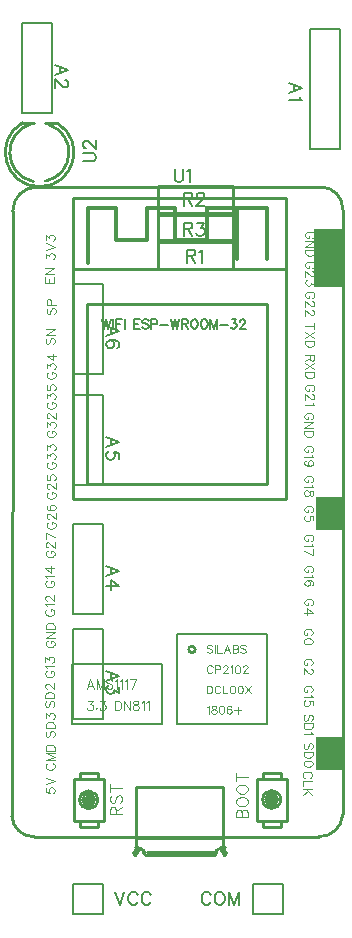
<source format=gto>
G04 Layer: TopSilkscreenLayer*
G04 EasyEDA v6.5.1, 2022-07-30 07:33:27*
G04 979763ed04074d789ee4af78e92af6cb,10*
G04 Gerber Generator version 0.2*
G04 Scale: 100 percent, Rotated: No, Reflected: No *
G04 Dimensions in millimeters *
G04 leading zeros omitted , absolute positions ,4 integer and 5 decimal *
%FSLAX45Y45*%
%MOMM*%

%ADD10C,0.2540*%
%ADD18C,0.2032*%
%ADD19C,0.2030*%
%ADD20C,0.2997*%
%ADD21C,0.1540*%
%ADD22C,0.1524*%
%ADD23C,0.1030*%
%ADD24C,0.1000*%

%LPD*%
D22*
X76200Y1182115D02*
G01*
X76200Y1073150D01*
X76200Y1182115D02*
G01*
X122936Y1182115D01*
X138429Y1177036D01*
X143763Y1171702D01*
X148844Y1161287D01*
X148844Y1150873D01*
X143763Y1140460D01*
X138429Y1135379D01*
X122936Y1130300D01*
X76200Y1130300D01*
X112521Y1130300D02*
G01*
X148844Y1073150D01*
X183134Y1161287D02*
G01*
X193547Y1166621D01*
X209295Y1182115D01*
X209295Y1073150D01*
X50800Y1664715D02*
G01*
X50800Y1555750D01*
X50800Y1664715D02*
G01*
X97536Y1664715D01*
X113029Y1659636D01*
X118363Y1654302D01*
X123444Y1643887D01*
X123444Y1633473D01*
X118363Y1623060D01*
X113029Y1617979D01*
X97536Y1612900D01*
X50800Y1612900D01*
X87121Y1612900D02*
G01*
X123444Y1555750D01*
X163068Y1638807D02*
G01*
X163068Y1643887D01*
X168147Y1654302D01*
X173481Y1659636D01*
X183895Y1664715D01*
X204470Y1664715D01*
X214884Y1659636D01*
X220218Y1654302D01*
X225297Y1643887D01*
X225297Y1633473D01*
X220218Y1623060D01*
X209804Y1607565D01*
X157734Y1555750D01*
X230631Y1555750D01*
X50800Y1410715D02*
G01*
X50800Y1301750D01*
X50800Y1410715D02*
G01*
X97536Y1410715D01*
X113029Y1405636D01*
X118363Y1400302D01*
X123444Y1389887D01*
X123444Y1379473D01*
X118363Y1369060D01*
X113029Y1363979D01*
X97536Y1358900D01*
X50800Y1358900D01*
X87121Y1358900D02*
G01*
X123444Y1301750D01*
X168147Y1410715D02*
G01*
X225297Y1410715D01*
X194310Y1369060D01*
X209804Y1369060D01*
X220218Y1363979D01*
X225297Y1358900D01*
X230631Y1343152D01*
X230631Y1332737D01*
X225297Y1317244D01*
X214884Y1306829D01*
X199389Y1301750D01*
X183895Y1301750D01*
X168147Y1306829D01*
X163068Y1311910D01*
X157734Y1322323D01*
X-801115Y1930400D02*
G01*
X-723137Y1930400D01*
X-707644Y1935479D01*
X-697229Y1945894D01*
X-692150Y1961642D01*
X-692150Y1972055D01*
X-697229Y1987550D01*
X-707644Y1997963D01*
X-723137Y2003044D01*
X-801115Y2003044D01*
X-775207Y2042668D02*
G01*
X-780287Y2042668D01*
X-790702Y2047747D01*
X-796036Y2053081D01*
X-801115Y2063495D01*
X-801115Y2084070D01*
X-796036Y2094484D01*
X-790702Y2099818D01*
X-780287Y2104897D01*
X-769873Y2104897D01*
X-759460Y2099818D01*
X-743965Y2089404D01*
X-692150Y2037334D01*
X-692150Y2110231D01*
X1055118Y2549144D02*
G01*
X946150Y2590800D01*
X1055118Y2549144D02*
G01*
X946150Y2507742D01*
X982471Y2575305D02*
G01*
X982471Y2523236D01*
X1034287Y2473452D02*
G01*
X1039621Y2463037D01*
X1055118Y2447289D01*
X946150Y2447289D01*
X-926081Y2701544D02*
G01*
X-1035050Y2743200D01*
X-926081Y2701544D02*
G01*
X-1035050Y2660142D01*
X-998728Y2727705D02*
G01*
X-998728Y2675636D01*
X-951992Y2620518D02*
G01*
X-946912Y2620518D01*
X-936497Y2615440D01*
X-931163Y2610104D01*
X-926081Y2599689D01*
X-926084Y2579115D01*
X-931163Y2568702D01*
X-936497Y2563368D01*
X-946912Y2558287D01*
X-957326Y2558287D01*
X-967739Y2563365D01*
X-983234Y2573781D01*
X-1035050Y2625852D01*
X-1035050Y2552954D01*
X-494281Y-2429255D02*
G01*
X-603250Y-2387600D01*
X-494281Y-2429255D02*
G01*
X-603250Y-2470657D01*
X-566928Y-2403094D02*
G01*
X-566928Y-2455163D01*
X-494284Y-2515359D02*
G01*
X-494284Y-2572512D01*
X-535939Y-2541267D01*
X-535939Y-2557015D01*
X-541020Y-2567431D01*
X-546100Y-2572512D01*
X-561847Y-2577845D01*
X-572262Y-2577845D01*
X-587755Y-2572512D01*
X-598170Y-2562097D01*
X-603250Y-2546604D01*
X-603250Y-2531110D01*
X-598170Y-2515362D01*
X-593089Y-2510281D01*
X-582676Y-2504947D01*
X-494281Y-1540255D02*
G01*
X-603250Y-1498600D01*
X-494281Y-1540255D02*
G01*
X-603250Y-1581657D01*
X-566928Y-1514094D02*
G01*
X-566928Y-1566163D01*
X-494284Y-1668018D02*
G01*
X-566928Y-1615947D01*
X-566928Y-1693926D01*
X-494284Y-1668018D02*
G01*
X-603250Y-1668018D01*
X-494281Y-448055D02*
G01*
X-603250Y-406400D01*
X-494281Y-448055D02*
G01*
X-603250Y-489457D01*
X-566928Y-421894D02*
G01*
X-566928Y-473963D01*
X-494284Y-586231D02*
G01*
X-494284Y-534159D01*
X-541020Y-529081D01*
X-535939Y-534162D01*
X-530605Y-549910D01*
X-530605Y-565404D01*
X-535939Y-580897D01*
X-546100Y-591312D01*
X-561847Y-596645D01*
X-572262Y-596645D01*
X-587755Y-591312D01*
X-598170Y-580897D01*
X-603250Y-565404D01*
X-603250Y-549910D01*
X-598170Y-534162D01*
X-593089Y-529081D01*
X-582676Y-523747D01*
X-494284Y491744D02*
G01*
X-603250Y533400D01*
X-494284Y491744D02*
G01*
X-603250Y450342D01*
X-566928Y517905D02*
G01*
X-566928Y465836D01*
X-509778Y353568D02*
G01*
X-499363Y358902D01*
X-494284Y374395D01*
X-494284Y384810D01*
X-499363Y400304D01*
X-515112Y410718D01*
X-541020Y416052D01*
X-566928Y416052D01*
X-587755Y410718D01*
X-598170Y400304D01*
X-603250Y384810D01*
X-603250Y379729D01*
X-598170Y363981D01*
X-587755Y353568D01*
X-572262Y348487D01*
X-566928Y348487D01*
X-551434Y353568D01*
X-541020Y363981D01*
X-535939Y379729D01*
X-535939Y384810D01*
X-541020Y400304D01*
X-551434Y410718D01*
X-566928Y416052D01*
X281178Y-4279392D02*
G01*
X275844Y-4268978D01*
X265429Y-4258563D01*
X255270Y-4253484D01*
X234442Y-4253484D01*
X224028Y-4258563D01*
X213613Y-4268978D01*
X208279Y-4279392D01*
X203200Y-4295139D01*
X203200Y-4321047D01*
X208279Y-4336542D01*
X213613Y-4346955D01*
X224028Y-4357370D01*
X234442Y-4362450D01*
X255270Y-4362450D01*
X265429Y-4357370D01*
X275844Y-4346955D01*
X281178Y-4336542D01*
X346710Y-4253484D02*
G01*
X336295Y-4258563D01*
X325881Y-4268978D01*
X320547Y-4279392D01*
X315468Y-4295139D01*
X315468Y-4321047D01*
X320547Y-4336542D01*
X325881Y-4346955D01*
X336295Y-4357370D01*
X346710Y-4362450D01*
X367284Y-4362450D01*
X377697Y-4357370D01*
X388112Y-4346955D01*
X393445Y-4336542D01*
X398526Y-4321047D01*
X398526Y-4295139D01*
X393445Y-4279392D01*
X388112Y-4268978D01*
X377697Y-4258563D01*
X367284Y-4253484D01*
X346710Y-4253484D01*
X432815Y-4253484D02*
G01*
X432815Y-4362450D01*
X432815Y-4253484D02*
G01*
X474471Y-4362450D01*
X515873Y-4253484D02*
G01*
X474471Y-4362450D01*
X515873Y-4253484D02*
G01*
X515873Y-4362450D01*
X-533400Y-4253484D02*
G01*
X-491744Y-4362450D01*
X-450342Y-4253484D02*
G01*
X-491744Y-4362450D01*
X-338073Y-4279392D02*
G01*
X-343154Y-4268978D01*
X-353568Y-4258563D01*
X-363981Y-4253484D01*
X-384810Y-4253484D01*
X-395223Y-4258563D01*
X-405637Y-4268978D01*
X-410718Y-4279392D01*
X-416052Y-4295139D01*
X-416052Y-4321047D01*
X-410718Y-4336542D01*
X-405637Y-4346955D01*
X-395223Y-4357370D01*
X-384810Y-4362450D01*
X-363981Y-4362450D01*
X-353568Y-4357370D01*
X-343154Y-4346955D01*
X-338073Y-4336542D01*
X-225805Y-4279392D02*
G01*
X-231139Y-4268978D01*
X-241300Y-4258563D01*
X-251713Y-4253484D01*
X-272542Y-4253484D01*
X-282955Y-4258563D01*
X-293370Y-4268978D01*
X-298450Y-4279392D01*
X-303784Y-4295139D01*
X-303784Y-4321047D01*
X-298450Y-4336542D01*
X-293370Y-4346955D01*
X-282955Y-4357370D01*
X-272542Y-4362450D01*
X-251713Y-4362450D01*
X-241300Y-4357370D01*
X-231139Y-4346955D01*
X-225805Y-4336542D01*
X-25400Y1867915D02*
G01*
X-25400Y1789937D01*
X-20320Y1774444D01*
X-9905Y1764029D01*
X5842Y1758950D01*
X16255Y1758950D01*
X31750Y1764029D01*
X42163Y1774444D01*
X47244Y1789937D01*
X47244Y1867915D01*
X81534Y1847087D02*
G01*
X91947Y1852421D01*
X107695Y1867915D01*
X107695Y1758950D01*
D23*
X1138801Y1282443D02*
G01*
X1146167Y1286253D01*
X1153279Y1293365D01*
X1157089Y1300731D01*
X1157089Y1315209D01*
X1153279Y1322575D01*
X1146167Y1329687D01*
X1138801Y1333497D01*
X1127879Y1337053D01*
X1109845Y1337053D01*
X1098923Y1333497D01*
X1091557Y1329687D01*
X1084191Y1322575D01*
X1080635Y1315209D01*
X1080635Y1300731D01*
X1084191Y1293365D01*
X1091557Y1286253D01*
X1098923Y1282443D01*
X1109845Y1282443D01*
X1109845Y1300731D02*
G01*
X1109845Y1282443D01*
X1157089Y1258567D02*
G01*
X1080635Y1258567D01*
X1157089Y1258567D02*
G01*
X1080635Y1207513D01*
X1157089Y1207513D02*
G01*
X1080635Y1207513D01*
X1157089Y1183637D02*
G01*
X1080635Y1183637D01*
X1157089Y1183637D02*
G01*
X1157089Y1158237D01*
X1153279Y1147315D01*
X1146167Y1139949D01*
X1138801Y1136393D01*
X1127879Y1132583D01*
X1109845Y1132583D01*
X1098923Y1136393D01*
X1091557Y1139949D01*
X1084191Y1147315D01*
X1080635Y1158237D01*
X1080635Y1183637D01*
X1138801Y1028443D02*
G01*
X1146167Y1032253D01*
X1153279Y1039365D01*
X1157089Y1046731D01*
X1157089Y1061209D01*
X1153279Y1068575D01*
X1146167Y1075687D01*
X1138801Y1079497D01*
X1127879Y1083053D01*
X1109845Y1083053D01*
X1098923Y1079497D01*
X1091557Y1075687D01*
X1084191Y1068575D01*
X1080635Y1061209D01*
X1080635Y1046731D01*
X1084191Y1039365D01*
X1091557Y1032253D01*
X1098923Y1028443D01*
X1109845Y1028443D01*
X1109845Y1046731D02*
G01*
X1109845Y1028443D01*
X1138801Y1000757D02*
G01*
X1142611Y1000757D01*
X1149723Y997201D01*
X1153279Y993645D01*
X1157089Y986279D01*
X1157089Y971801D01*
X1153279Y964435D01*
X1149723Y960879D01*
X1142611Y957323D01*
X1135245Y957323D01*
X1127879Y960879D01*
X1116957Y968245D01*
X1080635Y1004567D01*
X1080635Y953513D01*
X1157089Y922271D02*
G01*
X1157089Y882393D01*
X1127879Y904237D01*
X1127879Y893315D01*
X1124323Y885949D01*
X1120767Y882393D01*
X1109845Y878583D01*
X1102479Y878583D01*
X1091557Y882393D01*
X1084191Y889505D01*
X1080635Y900427D01*
X1080635Y911349D01*
X1084191Y922271D01*
X1088001Y926081D01*
X1095113Y929637D01*
X1138801Y774443D02*
G01*
X1146167Y778253D01*
X1153279Y785365D01*
X1157089Y792731D01*
X1157089Y807209D01*
X1153279Y814575D01*
X1146167Y821687D01*
X1138801Y825497D01*
X1127879Y829053D01*
X1109845Y829053D01*
X1098923Y825497D01*
X1091557Y821687D01*
X1084191Y814575D01*
X1080635Y807209D01*
X1080635Y792731D01*
X1084191Y785365D01*
X1091557Y778253D01*
X1098923Y774443D01*
X1109845Y774443D01*
X1109845Y792731D02*
G01*
X1109845Y774443D01*
X1138801Y746757D02*
G01*
X1142611Y746757D01*
X1149723Y743201D01*
X1153279Y739645D01*
X1157089Y732279D01*
X1157089Y717801D01*
X1153279Y710435D01*
X1149723Y706879D01*
X1142611Y703323D01*
X1135245Y703323D01*
X1127879Y706879D01*
X1116957Y714245D01*
X1080635Y750567D01*
X1080635Y699513D01*
X1138801Y672081D02*
G01*
X1142611Y672081D01*
X1149723Y668271D01*
X1153279Y664715D01*
X1157089Y657349D01*
X1157089Y642871D01*
X1153279Y635505D01*
X1149723Y631949D01*
X1142611Y628393D01*
X1135245Y628393D01*
X1127879Y631949D01*
X1116957Y639315D01*
X1080635Y675637D01*
X1080635Y624583D01*
X1157089Y536953D02*
G01*
X1080635Y536953D01*
X1157089Y562353D02*
G01*
X1157089Y511553D01*
X1157089Y487423D02*
G01*
X1080635Y436623D01*
X1157089Y436623D02*
G01*
X1080635Y487423D01*
X1157089Y412493D02*
G01*
X1080635Y412493D01*
X1157089Y412493D02*
G01*
X1157089Y387093D01*
X1153279Y376171D01*
X1146167Y368805D01*
X1138801Y365249D01*
X1127879Y361693D01*
X1109845Y361693D01*
X1098923Y365249D01*
X1091557Y368805D01*
X1084191Y376171D01*
X1080635Y387093D01*
X1080635Y412493D01*
X1157089Y295653D02*
G01*
X1080635Y295653D01*
X1157089Y295653D02*
G01*
X1157089Y262887D01*
X1153279Y251965D01*
X1149723Y248409D01*
X1142611Y244853D01*
X1135245Y244853D01*
X1127879Y248409D01*
X1124323Y251965D01*
X1120767Y262887D01*
X1120767Y295653D01*
X1120767Y270253D02*
G01*
X1080635Y244853D01*
X1157089Y220723D02*
G01*
X1080635Y169923D01*
X1157089Y169923D02*
G01*
X1080635Y220723D01*
X1157089Y145793D02*
G01*
X1080635Y145793D01*
X1157089Y145793D02*
G01*
X1157089Y120393D01*
X1153279Y109471D01*
X1146167Y102105D01*
X1138801Y98549D01*
X1127879Y94993D01*
X1109845Y94993D01*
X1098923Y98549D01*
X1091557Y102105D01*
X1084191Y109471D01*
X1080635Y120393D01*
X1080635Y145793D01*
X1138801Y-12956D02*
G01*
X1146167Y-9146D01*
X1153279Y-2034D01*
X1157089Y5331D01*
X1157089Y19809D01*
X1153279Y27175D01*
X1146167Y34287D01*
X1138801Y38097D01*
X1127879Y41653D01*
X1109845Y41653D01*
X1098923Y38097D01*
X1091557Y34287D01*
X1084191Y27175D01*
X1080635Y19809D01*
X1080635Y5331D01*
X1084191Y-2034D01*
X1091557Y-9146D01*
X1098923Y-12956D01*
X1109845Y-12956D01*
X1109845Y5331D02*
G01*
X1109845Y-12956D01*
X1138801Y-40642D02*
G01*
X1142611Y-40642D01*
X1149723Y-44198D01*
X1153279Y-47754D01*
X1157089Y-55120D01*
X1157089Y-69598D01*
X1153279Y-76964D01*
X1149723Y-80520D01*
X1142611Y-84076D01*
X1135245Y-84076D01*
X1127879Y-80520D01*
X1116957Y-73154D01*
X1080635Y-36832D01*
X1080635Y-87886D01*
X1142611Y-111762D02*
G01*
X1146167Y-119128D01*
X1157089Y-130050D01*
X1080635Y-130050D01*
X1131435Y-254256D02*
G01*
X1138801Y-250446D01*
X1145913Y-243334D01*
X1149723Y-235968D01*
X1149723Y-221490D01*
X1145913Y-214124D01*
X1138801Y-207012D01*
X1131435Y-203202D01*
X1120513Y-199646D01*
X1102479Y-199646D01*
X1091557Y-203202D01*
X1084191Y-207012D01*
X1076825Y-214124D01*
X1073269Y-221490D01*
X1073269Y-235968D01*
X1076825Y-243334D01*
X1084191Y-250446D01*
X1091557Y-254256D01*
X1102479Y-254256D01*
X1102479Y-235968D02*
G01*
X1102479Y-254256D01*
X1149723Y-278132D02*
G01*
X1073269Y-278132D01*
X1149723Y-278132D02*
G01*
X1073269Y-329186D01*
X1149723Y-329186D02*
G01*
X1073269Y-329186D01*
X1149723Y-353062D02*
G01*
X1073269Y-353062D01*
X1149723Y-353062D02*
G01*
X1149723Y-378462D01*
X1145913Y-389384D01*
X1138801Y-396750D01*
X1131435Y-400306D01*
X1120513Y-404116D01*
X1102479Y-404116D01*
X1091557Y-400306D01*
X1084191Y-396750D01*
X1076825Y-389384D01*
X1073269Y-378462D01*
X1073269Y-353062D01*
X1131435Y-533656D02*
G01*
X1138801Y-529846D01*
X1145913Y-522734D01*
X1149723Y-515368D01*
X1149723Y-500890D01*
X1145913Y-493524D01*
X1138801Y-486412D01*
X1131435Y-482602D01*
X1120513Y-479046D01*
X1102479Y-479046D01*
X1091557Y-482602D01*
X1084191Y-486412D01*
X1076825Y-493524D01*
X1073269Y-500890D01*
X1073269Y-515368D01*
X1076825Y-522734D01*
X1084191Y-529846D01*
X1091557Y-533656D01*
X1102479Y-533656D01*
X1102479Y-515368D02*
G01*
X1102479Y-533656D01*
X1135245Y-557532D02*
G01*
X1138801Y-564898D01*
X1149723Y-575820D01*
X1073269Y-575820D01*
X1124323Y-646940D02*
G01*
X1113401Y-643384D01*
X1106035Y-636018D01*
X1102479Y-625350D01*
X1102479Y-621540D01*
X1106035Y-610618D01*
X1113401Y-603506D01*
X1124323Y-599696D01*
X1127879Y-599696D01*
X1138801Y-603506D01*
X1145913Y-610618D01*
X1149723Y-621540D01*
X1149723Y-625350D01*
X1145913Y-636018D01*
X1138801Y-643384D01*
X1124323Y-646940D01*
X1106035Y-646940D01*
X1087747Y-643384D01*
X1076825Y-636018D01*
X1073269Y-625350D01*
X1073269Y-617984D01*
X1076825Y-607062D01*
X1084191Y-603506D01*
X1131435Y-787656D02*
G01*
X1138801Y-783846D01*
X1145913Y-776734D01*
X1149723Y-769368D01*
X1149723Y-754890D01*
X1145913Y-747524D01*
X1138801Y-740412D01*
X1131435Y-736602D01*
X1120513Y-733046D01*
X1102479Y-733046D01*
X1091557Y-736602D01*
X1084191Y-740412D01*
X1076825Y-747524D01*
X1073269Y-754890D01*
X1073269Y-769368D01*
X1076825Y-776734D01*
X1084191Y-783846D01*
X1091557Y-787656D01*
X1102479Y-787656D01*
X1102479Y-769368D02*
G01*
X1102479Y-787656D01*
X1135245Y-811532D02*
G01*
X1138801Y-818898D01*
X1149723Y-829820D01*
X1073269Y-829820D01*
X1149723Y-871984D02*
G01*
X1145913Y-861062D01*
X1138801Y-857506D01*
X1131435Y-857506D01*
X1124323Y-861062D01*
X1120513Y-868428D01*
X1116957Y-882906D01*
X1113401Y-893828D01*
X1106035Y-900940D01*
X1098669Y-904750D01*
X1087747Y-904750D01*
X1080635Y-900940D01*
X1076825Y-897384D01*
X1073269Y-886462D01*
X1073269Y-871984D01*
X1076825Y-861062D01*
X1080635Y-857506D01*
X1087747Y-853696D01*
X1098669Y-853696D01*
X1106035Y-857506D01*
X1113401Y-864618D01*
X1116957Y-875540D01*
X1120513Y-890018D01*
X1124323Y-897384D01*
X1131435Y-900940D01*
X1138801Y-900940D01*
X1145913Y-897384D01*
X1149723Y-886462D01*
X1149723Y-871984D01*
X1131435Y-1041656D02*
G01*
X1138801Y-1037846D01*
X1145913Y-1030734D01*
X1149723Y-1023368D01*
X1149723Y-1008890D01*
X1145913Y-1001524D01*
X1138801Y-994412D01*
X1131435Y-990602D01*
X1120513Y-987046D01*
X1102479Y-987046D01*
X1091557Y-990602D01*
X1084191Y-994412D01*
X1076825Y-1001524D01*
X1073269Y-1008890D01*
X1073269Y-1023368D01*
X1076825Y-1030734D01*
X1084191Y-1037846D01*
X1091557Y-1041656D01*
X1102479Y-1041656D01*
X1102479Y-1023368D02*
G01*
X1102479Y-1041656D01*
X1149723Y-1109220D02*
G01*
X1149723Y-1072898D01*
X1116957Y-1069342D01*
X1120513Y-1072898D01*
X1124323Y-1083820D01*
X1124323Y-1094742D01*
X1120513Y-1105664D01*
X1113401Y-1112776D01*
X1102479Y-1116586D01*
X1095113Y-1116586D01*
X1084191Y-1112776D01*
X1076825Y-1105664D01*
X1073269Y-1094742D01*
X1073269Y-1083820D01*
X1076825Y-1072898D01*
X1080635Y-1069342D01*
X1087747Y-1065532D01*
X1131435Y-1282956D02*
G01*
X1138801Y-1279146D01*
X1145913Y-1272034D01*
X1149723Y-1264668D01*
X1149723Y-1250190D01*
X1145913Y-1242824D01*
X1138801Y-1235712D01*
X1131435Y-1231902D01*
X1120513Y-1228346D01*
X1102479Y-1228346D01*
X1091557Y-1231902D01*
X1084191Y-1235712D01*
X1076825Y-1242824D01*
X1073269Y-1250190D01*
X1073269Y-1264668D01*
X1076825Y-1272034D01*
X1084191Y-1279146D01*
X1091557Y-1282956D01*
X1102479Y-1282956D01*
X1102479Y-1264668D02*
G01*
X1102479Y-1282956D01*
X1135245Y-1306832D02*
G01*
X1138801Y-1314198D01*
X1149723Y-1325120D01*
X1073269Y-1325120D01*
X1149723Y-1400050D02*
G01*
X1073269Y-1363728D01*
X1149723Y-1348996D02*
G01*
X1149723Y-1400050D01*
X1131435Y-1549656D02*
G01*
X1138801Y-1545846D01*
X1145913Y-1538734D01*
X1149723Y-1531368D01*
X1149723Y-1516890D01*
X1145913Y-1509524D01*
X1138801Y-1502412D01*
X1131435Y-1498602D01*
X1120513Y-1495046D01*
X1102479Y-1495046D01*
X1091557Y-1498602D01*
X1084191Y-1502412D01*
X1076825Y-1509524D01*
X1073269Y-1516890D01*
X1073269Y-1531368D01*
X1076825Y-1538734D01*
X1084191Y-1545846D01*
X1091557Y-1549656D01*
X1102479Y-1549656D01*
X1102479Y-1531368D02*
G01*
X1102479Y-1549656D01*
X1135245Y-1573532D02*
G01*
X1138801Y-1580898D01*
X1149723Y-1591820D01*
X1073269Y-1591820D01*
X1138801Y-1659384D02*
G01*
X1145913Y-1655828D01*
X1149723Y-1644906D01*
X1149723Y-1637540D01*
X1145913Y-1626618D01*
X1135245Y-1619506D01*
X1116957Y-1615696D01*
X1098669Y-1615696D01*
X1084191Y-1619506D01*
X1076825Y-1626618D01*
X1073269Y-1637540D01*
X1073269Y-1641350D01*
X1076825Y-1652018D01*
X1084191Y-1659384D01*
X1095113Y-1662940D01*
X1098669Y-1662940D01*
X1109591Y-1659384D01*
X1116957Y-1652018D01*
X1120513Y-1641350D01*
X1120513Y-1637540D01*
X1116957Y-1626618D01*
X1109591Y-1619506D01*
X1098669Y-1615696D01*
X1131435Y-1829056D02*
G01*
X1138801Y-1825246D01*
X1145913Y-1818134D01*
X1149723Y-1810768D01*
X1149723Y-1796290D01*
X1145913Y-1788924D01*
X1138801Y-1781812D01*
X1131435Y-1778002D01*
X1120513Y-1774446D01*
X1102479Y-1774446D01*
X1091557Y-1778002D01*
X1084191Y-1781812D01*
X1076825Y-1788924D01*
X1073269Y-1796290D01*
X1073269Y-1810768D01*
X1076825Y-1818134D01*
X1084191Y-1825246D01*
X1091557Y-1829056D01*
X1102479Y-1829056D01*
X1102479Y-1810768D02*
G01*
X1102479Y-1829056D01*
X1149723Y-1889254D02*
G01*
X1098669Y-1852932D01*
X1098669Y-1907542D01*
X1149723Y-1889254D02*
G01*
X1073269Y-1889254D01*
X1126101Y-2083056D02*
G01*
X1133467Y-2079246D01*
X1140579Y-2072134D01*
X1144389Y-2064768D01*
X1144389Y-2050290D01*
X1140579Y-2042924D01*
X1133467Y-2035812D01*
X1126101Y-2032002D01*
X1115179Y-2028446D01*
X1097145Y-2028446D01*
X1086223Y-2032002D01*
X1078857Y-2035812D01*
X1071491Y-2042924D01*
X1067935Y-2050290D01*
X1067935Y-2064768D01*
X1071491Y-2072134D01*
X1078857Y-2079246D01*
X1086223Y-2083056D01*
X1097145Y-2083056D01*
X1097145Y-2064768D02*
G01*
X1097145Y-2083056D01*
X1144389Y-2128776D02*
G01*
X1140579Y-2117854D01*
X1129911Y-2110742D01*
X1111623Y-2106932D01*
X1100701Y-2106932D01*
X1082413Y-2110742D01*
X1071491Y-2117854D01*
X1067935Y-2128776D01*
X1067935Y-2136142D01*
X1071491Y-2147064D01*
X1082413Y-2154176D01*
X1100701Y-2157986D01*
X1111623Y-2157986D01*
X1129911Y-2154176D01*
X1140579Y-2147064D01*
X1144389Y-2136142D01*
X1144389Y-2128776D01*
X1126101Y-2337056D02*
G01*
X1133467Y-2333246D01*
X1140579Y-2326134D01*
X1144389Y-2318768D01*
X1144389Y-2304290D01*
X1140579Y-2296924D01*
X1133467Y-2289812D01*
X1126101Y-2286002D01*
X1115179Y-2282446D01*
X1097145Y-2282446D01*
X1086223Y-2286002D01*
X1078857Y-2289812D01*
X1071491Y-2296924D01*
X1067935Y-2304290D01*
X1067935Y-2318768D01*
X1071491Y-2326134D01*
X1078857Y-2333246D01*
X1086223Y-2337056D01*
X1097145Y-2337056D01*
X1097145Y-2318768D02*
G01*
X1097145Y-2337056D01*
X1126101Y-2364742D02*
G01*
X1129911Y-2364742D01*
X1137023Y-2368298D01*
X1140579Y-2371854D01*
X1144389Y-2379220D01*
X1144389Y-2393698D01*
X1140579Y-2401064D01*
X1137023Y-2404620D01*
X1129911Y-2408176D01*
X1122545Y-2408176D01*
X1115179Y-2404620D01*
X1104257Y-2397254D01*
X1067935Y-2360932D01*
X1067935Y-2411986D01*
X1126101Y-2565656D02*
G01*
X1133467Y-2561846D01*
X1140579Y-2554734D01*
X1144389Y-2547368D01*
X1144389Y-2532890D01*
X1140579Y-2525524D01*
X1133467Y-2518412D01*
X1126101Y-2514602D01*
X1115179Y-2511046D01*
X1097145Y-2511046D01*
X1086223Y-2514602D01*
X1078857Y-2518412D01*
X1071491Y-2525524D01*
X1067935Y-2532890D01*
X1067935Y-2547368D01*
X1071491Y-2554734D01*
X1078857Y-2561846D01*
X1086223Y-2565656D01*
X1097145Y-2565656D01*
X1097145Y-2547368D02*
G01*
X1097145Y-2565656D01*
X1129911Y-2589532D02*
G01*
X1133467Y-2596898D01*
X1144389Y-2607820D01*
X1067935Y-2607820D01*
X1144389Y-2675384D02*
G01*
X1144389Y-2639062D01*
X1111623Y-2635506D01*
X1115179Y-2639062D01*
X1118989Y-2649984D01*
X1118989Y-2660906D01*
X1115179Y-2671828D01*
X1108067Y-2678940D01*
X1097145Y-2682750D01*
X1089779Y-2682750D01*
X1078857Y-2678940D01*
X1071491Y-2671828D01*
X1067935Y-2660906D01*
X1067935Y-2649984D01*
X1071491Y-2639062D01*
X1075301Y-2635506D01*
X1082413Y-2631696D01*
X1133467Y-2803146D02*
G01*
X1140579Y-2796034D01*
X1144389Y-2785112D01*
X1144389Y-2770634D01*
X1140579Y-2759712D01*
X1133467Y-2752346D01*
X1126101Y-2752346D01*
X1118989Y-2755902D01*
X1115179Y-2759712D01*
X1111623Y-2766824D01*
X1104257Y-2788668D01*
X1100701Y-2796034D01*
X1097145Y-2799590D01*
X1089779Y-2803146D01*
X1078857Y-2803146D01*
X1071491Y-2796034D01*
X1067935Y-2785112D01*
X1067935Y-2770634D01*
X1071491Y-2759712D01*
X1078857Y-2752346D01*
X1144389Y-2827276D02*
G01*
X1067935Y-2827276D01*
X1144389Y-2827276D02*
G01*
X1144389Y-2852676D01*
X1140579Y-2863598D01*
X1133467Y-2870964D01*
X1126101Y-2874520D01*
X1115179Y-2878076D01*
X1097145Y-2878076D01*
X1086223Y-2874520D01*
X1078857Y-2870964D01*
X1071491Y-2863598D01*
X1067935Y-2852676D01*
X1067935Y-2827276D01*
X1129911Y-2902206D02*
G01*
X1133467Y-2909318D01*
X1144389Y-2920240D01*
X1067935Y-2920240D01*
X1133467Y-3044446D02*
G01*
X1140579Y-3037334D01*
X1144389Y-3026412D01*
X1144389Y-3011934D01*
X1140579Y-3001012D01*
X1133467Y-2993646D01*
X1126101Y-2993646D01*
X1118989Y-2997202D01*
X1115179Y-3001012D01*
X1111623Y-3008124D01*
X1104257Y-3029968D01*
X1100701Y-3037334D01*
X1097145Y-3040890D01*
X1089779Y-3044446D01*
X1078857Y-3044446D01*
X1071491Y-3037334D01*
X1067935Y-3026412D01*
X1067935Y-3011934D01*
X1071491Y-3001012D01*
X1078857Y-2993646D01*
X1144389Y-3068576D02*
G01*
X1067935Y-3068576D01*
X1144389Y-3068576D02*
G01*
X1144389Y-3093976D01*
X1140579Y-3104898D01*
X1133467Y-3112264D01*
X1126101Y-3115820D01*
X1115179Y-3119376D01*
X1097145Y-3119376D01*
X1086223Y-3115820D01*
X1078857Y-3112264D01*
X1071491Y-3104898D01*
X1067935Y-3093976D01*
X1067935Y-3068576D01*
X1144389Y-3165350D02*
G01*
X1140579Y-3154428D01*
X1129911Y-3147062D01*
X1111623Y-3143506D01*
X1100701Y-3143506D01*
X1082413Y-3147062D01*
X1071491Y-3154428D01*
X1067935Y-3165350D01*
X1067935Y-3172462D01*
X1071491Y-3183384D01*
X1082413Y-3190750D01*
X1100701Y-3194306D01*
X1111623Y-3194306D01*
X1129911Y-3190750D01*
X1140579Y-3183384D01*
X1144389Y-3172462D01*
X1144389Y-3165350D01*
X1118727Y-3289561D02*
G01*
X1126093Y-3285751D01*
X1133459Y-3278639D01*
X1137015Y-3271273D01*
X1137015Y-3256795D01*
X1133459Y-3249429D01*
X1126093Y-3242317D01*
X1118727Y-3238507D01*
X1107805Y-3234951D01*
X1089771Y-3234951D01*
X1078849Y-3238507D01*
X1071483Y-3242317D01*
X1064117Y-3249429D01*
X1060561Y-3256795D01*
X1060561Y-3271273D01*
X1064117Y-3278639D01*
X1071483Y-3285751D01*
X1078849Y-3289561D01*
X1137015Y-3313437D02*
G01*
X1060561Y-3313437D01*
X1060561Y-3313437D02*
G01*
X1060561Y-3357125D01*
X1137015Y-3381001D02*
G01*
X1060561Y-3381001D01*
X1137015Y-3432055D02*
G01*
X1085961Y-3381001D01*
X1104249Y-3399289D02*
G01*
X1060561Y-3432055D01*
X-1116464Y1110995D02*
G01*
X-1116464Y1150873D01*
X-1087254Y1129029D01*
X-1087254Y1139952D01*
X-1083698Y1147318D01*
X-1080142Y1150873D01*
X-1069220Y1154429D01*
X-1061854Y1154429D01*
X-1050932Y1150873D01*
X-1043566Y1143507D01*
X-1040010Y1132839D01*
X-1040010Y1121918D01*
X-1043566Y1110995D01*
X-1047376Y1107186D01*
X-1054488Y1103629D01*
X-1116464Y1178560D02*
G01*
X-1040010Y1207515D01*
X-1116464Y1236726D02*
G01*
X-1040010Y1207515D01*
X-1116464Y1267968D02*
G01*
X-1116464Y1308100D01*
X-1087254Y1286255D01*
X-1087254Y1297178D01*
X-1083698Y1304289D01*
X-1080142Y1308100D01*
X-1069220Y1311655D01*
X-1061854Y1311655D01*
X-1050932Y1308100D01*
X-1043566Y1300734D01*
X-1040010Y1289812D01*
X-1040010Y1278889D01*
X-1043566Y1267968D01*
X-1047376Y1264412D01*
X-1054488Y1260602D01*
X-1122052Y905253D02*
G01*
X-1045598Y905253D01*
X-1122052Y905253D02*
G01*
X-1122052Y952497D01*
X-1085730Y905253D02*
G01*
X-1085730Y934463D01*
X-1045598Y905253D02*
G01*
X-1045598Y952497D01*
X-1122052Y976627D02*
G01*
X-1045598Y976627D01*
X-1122052Y976627D02*
G01*
X-1045598Y1027427D01*
X-1122052Y1027427D02*
G01*
X-1045598Y1027427D01*
X-1098430Y689353D02*
G01*
X-1105542Y682241D01*
X-1109352Y671319D01*
X-1109352Y656841D01*
X-1105542Y645919D01*
X-1098430Y638553D01*
X-1091064Y638553D01*
X-1083952Y642109D01*
X-1080142Y645919D01*
X-1076586Y653031D01*
X-1069220Y674875D01*
X-1065664Y682241D01*
X-1062108Y685797D01*
X-1054742Y689353D01*
X-1043820Y689353D01*
X-1036454Y682241D01*
X-1032898Y671319D01*
X-1032898Y656841D01*
X-1036454Y645919D01*
X-1043820Y638553D01*
X-1109352Y713483D02*
G01*
X-1032898Y713483D01*
X-1109352Y713483D02*
G01*
X-1109352Y746249D01*
X-1105542Y757171D01*
X-1101986Y760727D01*
X-1094874Y764283D01*
X-1083952Y764283D01*
X-1076586Y760727D01*
X-1073030Y757171D01*
X-1069220Y746249D01*
X-1069220Y713483D01*
X-1105542Y436623D02*
G01*
X-1112654Y429511D01*
X-1116464Y418589D01*
X-1116464Y404111D01*
X-1112654Y393189D01*
X-1105542Y385823D01*
X-1098176Y385823D01*
X-1091064Y389379D01*
X-1087254Y393189D01*
X-1083698Y400301D01*
X-1076332Y422145D01*
X-1072776Y429511D01*
X-1069220Y433067D01*
X-1061854Y436623D01*
X-1050932Y436623D01*
X-1043566Y429511D01*
X-1040010Y418589D01*
X-1040010Y404111D01*
X-1043566Y393189D01*
X-1050932Y385823D01*
X-1116464Y460753D02*
G01*
X-1040010Y460753D01*
X-1116464Y460753D02*
G01*
X-1040010Y511553D01*
X-1116464Y511553D02*
G01*
X-1040010Y511553D01*
X-1091064Y147063D02*
G01*
X-1098430Y143253D01*
X-1105542Y136141D01*
X-1109352Y128775D01*
X-1109352Y114297D01*
X-1105542Y106931D01*
X-1098430Y99819D01*
X-1091064Y96009D01*
X-1080142Y92453D01*
X-1062108Y92453D01*
X-1051186Y96009D01*
X-1043820Y99819D01*
X-1036454Y106931D01*
X-1032898Y114297D01*
X-1032898Y128775D01*
X-1036454Y136141D01*
X-1043820Y143253D01*
X-1051186Y147063D01*
X-1062108Y147063D01*
X-1062108Y128775D02*
G01*
X-1062108Y147063D01*
X-1109352Y178305D02*
G01*
X-1109352Y218183D01*
X-1080142Y196339D01*
X-1080142Y207261D01*
X-1076586Y214627D01*
X-1073030Y218183D01*
X-1062108Y221993D01*
X-1054742Y221993D01*
X-1043820Y218183D01*
X-1036454Y211071D01*
X-1032898Y200149D01*
X-1032898Y189227D01*
X-1036454Y178305D01*
X-1040264Y174749D01*
X-1047376Y170939D01*
X-1109352Y282191D02*
G01*
X-1058298Y245869D01*
X-1058298Y300479D01*
X-1109352Y282191D02*
G01*
X-1032898Y282191D01*
X-1091064Y-106936D02*
G01*
X-1098430Y-110746D01*
X-1105542Y-117858D01*
X-1109352Y-125224D01*
X-1109352Y-139702D01*
X-1105542Y-147068D01*
X-1098430Y-154180D01*
X-1091064Y-157990D01*
X-1080142Y-161546D01*
X-1062108Y-161546D01*
X-1051186Y-157990D01*
X-1043820Y-154180D01*
X-1036454Y-147068D01*
X-1032898Y-139702D01*
X-1032898Y-125224D01*
X-1036454Y-117858D01*
X-1043820Y-110746D01*
X-1051186Y-106936D01*
X-1062108Y-106936D01*
X-1062108Y-125224D02*
G01*
X-1062108Y-106936D01*
X-1109352Y-75694D02*
G01*
X-1109352Y-35816D01*
X-1080142Y-57660D01*
X-1080142Y-46738D01*
X-1076586Y-39372D01*
X-1073030Y-35816D01*
X-1062108Y-32006D01*
X-1054742Y-32006D01*
X-1043820Y-35816D01*
X-1036454Y-42928D01*
X-1032898Y-53850D01*
X-1032898Y-64772D01*
X-1036454Y-75694D01*
X-1040264Y-79250D01*
X-1047376Y-83060D01*
X-1109352Y35557D02*
G01*
X-1109352Y-764D01*
X-1076586Y-4574D01*
X-1080142Y-764D01*
X-1083952Y10157D01*
X-1083952Y21079D01*
X-1080142Y32001D01*
X-1073030Y39113D01*
X-1062108Y42923D01*
X-1054742Y42923D01*
X-1043820Y39113D01*
X-1036454Y32001D01*
X-1032898Y21079D01*
X-1032898Y10157D01*
X-1036454Y-764D01*
X-1040264Y-4574D01*
X-1047376Y-8130D01*
X-1091064Y-348236D02*
G01*
X-1098430Y-352046D01*
X-1105542Y-359158D01*
X-1109352Y-366524D01*
X-1109352Y-381002D01*
X-1105542Y-388368D01*
X-1098430Y-395480D01*
X-1091064Y-399290D01*
X-1080142Y-402846D01*
X-1062108Y-402846D01*
X-1051186Y-399290D01*
X-1043820Y-395480D01*
X-1036454Y-388368D01*
X-1032898Y-381002D01*
X-1032898Y-366524D01*
X-1036454Y-359158D01*
X-1043820Y-352046D01*
X-1051186Y-348236D01*
X-1062108Y-348236D01*
X-1062108Y-366524D02*
G01*
X-1062108Y-348236D01*
X-1109352Y-316994D02*
G01*
X-1109352Y-277116D01*
X-1080142Y-298960D01*
X-1080142Y-288038D01*
X-1076586Y-280672D01*
X-1073030Y-277116D01*
X-1062108Y-273306D01*
X-1054742Y-273306D01*
X-1043820Y-277116D01*
X-1036454Y-284228D01*
X-1032898Y-295150D01*
X-1032898Y-306072D01*
X-1036454Y-316994D01*
X-1040264Y-320550D01*
X-1047376Y-324360D01*
X-1091064Y-245874D02*
G01*
X-1094874Y-245874D01*
X-1101986Y-242064D01*
X-1105542Y-238508D01*
X-1109352Y-231142D01*
X-1109352Y-216664D01*
X-1105542Y-209298D01*
X-1101986Y-205742D01*
X-1094874Y-202186D01*
X-1087508Y-202186D01*
X-1080142Y-205742D01*
X-1069220Y-213108D01*
X-1032898Y-249430D01*
X-1032898Y-198376D01*
X-1091064Y-614936D02*
G01*
X-1098430Y-618746D01*
X-1105542Y-625858D01*
X-1109352Y-633224D01*
X-1109352Y-647702D01*
X-1105542Y-655068D01*
X-1098430Y-662180D01*
X-1091064Y-665990D01*
X-1080142Y-669546D01*
X-1062108Y-669546D01*
X-1051186Y-665990D01*
X-1043820Y-662180D01*
X-1036454Y-655068D01*
X-1032898Y-647702D01*
X-1032898Y-633224D01*
X-1036454Y-625858D01*
X-1043820Y-618746D01*
X-1051186Y-614936D01*
X-1062108Y-614936D01*
X-1062108Y-633224D02*
G01*
X-1062108Y-614936D01*
X-1109352Y-583694D02*
G01*
X-1109352Y-543816D01*
X-1080142Y-565660D01*
X-1080142Y-554738D01*
X-1076586Y-547372D01*
X-1073030Y-543816D01*
X-1062108Y-540006D01*
X-1054742Y-540006D01*
X-1043820Y-543816D01*
X-1036454Y-550928D01*
X-1032898Y-561850D01*
X-1032898Y-572772D01*
X-1036454Y-583694D01*
X-1040264Y-587250D01*
X-1047376Y-591060D01*
X-1109352Y-508764D02*
G01*
X-1109352Y-468886D01*
X-1080142Y-490730D01*
X-1080142Y-479808D01*
X-1076586Y-472442D01*
X-1073030Y-468886D01*
X-1062108Y-465076D01*
X-1054742Y-465076D01*
X-1043820Y-468886D01*
X-1036454Y-475998D01*
X-1032898Y-486920D01*
X-1032898Y-497842D01*
X-1036454Y-508764D01*
X-1040264Y-512574D01*
X-1047376Y-516130D01*
X-1091064Y-868936D02*
G01*
X-1098430Y-872746D01*
X-1105542Y-879858D01*
X-1109352Y-887224D01*
X-1109352Y-901702D01*
X-1105542Y-909068D01*
X-1098430Y-916180D01*
X-1091064Y-919990D01*
X-1080142Y-923546D01*
X-1062108Y-923546D01*
X-1051186Y-919990D01*
X-1043820Y-916180D01*
X-1036454Y-909068D01*
X-1032898Y-901702D01*
X-1032898Y-887224D01*
X-1036454Y-879858D01*
X-1043820Y-872746D01*
X-1051186Y-868936D01*
X-1062108Y-868936D01*
X-1062108Y-887224D02*
G01*
X-1062108Y-868936D01*
X-1091064Y-841250D02*
G01*
X-1094874Y-841250D01*
X-1101986Y-837694D01*
X-1105542Y-834138D01*
X-1109352Y-826772D01*
X-1109352Y-812294D01*
X-1105542Y-804928D01*
X-1101986Y-801372D01*
X-1094874Y-797816D01*
X-1087508Y-797816D01*
X-1080142Y-801372D01*
X-1069220Y-808738D01*
X-1032898Y-845060D01*
X-1032898Y-794006D01*
X-1109352Y-726442D02*
G01*
X-1109352Y-762764D01*
X-1076586Y-766574D01*
X-1080142Y-762764D01*
X-1083952Y-751842D01*
X-1083952Y-740920D01*
X-1080142Y-729998D01*
X-1073030Y-722886D01*
X-1062108Y-719076D01*
X-1054742Y-719076D01*
X-1043820Y-722886D01*
X-1036454Y-729998D01*
X-1032898Y-740920D01*
X-1032898Y-751842D01*
X-1036454Y-762764D01*
X-1040264Y-766574D01*
X-1047376Y-770130D01*
X-1091064Y-1122936D02*
G01*
X-1098430Y-1126746D01*
X-1105542Y-1133858D01*
X-1109352Y-1141224D01*
X-1109352Y-1155702D01*
X-1105542Y-1163068D01*
X-1098430Y-1170180D01*
X-1091064Y-1173990D01*
X-1080142Y-1177546D01*
X-1062108Y-1177546D01*
X-1051186Y-1173990D01*
X-1043820Y-1170180D01*
X-1036454Y-1163068D01*
X-1032898Y-1155702D01*
X-1032898Y-1141224D01*
X-1036454Y-1133858D01*
X-1043820Y-1126746D01*
X-1051186Y-1122936D01*
X-1062108Y-1122936D01*
X-1062108Y-1141224D02*
G01*
X-1062108Y-1122936D01*
X-1091064Y-1095250D02*
G01*
X-1094874Y-1095250D01*
X-1101986Y-1091694D01*
X-1105542Y-1088138D01*
X-1109352Y-1080772D01*
X-1109352Y-1066294D01*
X-1105542Y-1058928D01*
X-1101986Y-1055372D01*
X-1094874Y-1051816D01*
X-1087508Y-1051816D01*
X-1080142Y-1055372D01*
X-1069220Y-1062738D01*
X-1032898Y-1099060D01*
X-1032898Y-1048006D01*
X-1098430Y-980442D02*
G01*
X-1105542Y-983998D01*
X-1109352Y-994920D01*
X-1109352Y-1002286D01*
X-1105542Y-1013208D01*
X-1094874Y-1020574D01*
X-1076586Y-1024130D01*
X-1058298Y-1024130D01*
X-1043820Y-1020574D01*
X-1036454Y-1013208D01*
X-1032898Y-1002286D01*
X-1032898Y-998730D01*
X-1036454Y-987808D01*
X-1043820Y-980442D01*
X-1054742Y-976886D01*
X-1058298Y-976886D01*
X-1069220Y-980442D01*
X-1076586Y-987808D01*
X-1080142Y-998730D01*
X-1080142Y-1002286D01*
X-1076586Y-1013208D01*
X-1069220Y-1020574D01*
X-1058298Y-1024130D01*
X-1098176Y-1365506D02*
G01*
X-1105542Y-1369316D01*
X-1112654Y-1376428D01*
X-1116464Y-1383794D01*
X-1116464Y-1398272D01*
X-1112654Y-1405638D01*
X-1105542Y-1412750D01*
X-1098176Y-1416560D01*
X-1087254Y-1420116D01*
X-1069220Y-1420116D01*
X-1058298Y-1416560D01*
X-1050932Y-1412750D01*
X-1043566Y-1405638D01*
X-1040010Y-1398272D01*
X-1040010Y-1383794D01*
X-1043566Y-1376428D01*
X-1050932Y-1369316D01*
X-1058298Y-1365506D01*
X-1069220Y-1365506D01*
X-1069220Y-1383794D02*
G01*
X-1069220Y-1365506D01*
X-1098176Y-1337820D02*
G01*
X-1101986Y-1337820D01*
X-1109098Y-1334264D01*
X-1112654Y-1330708D01*
X-1116464Y-1323342D01*
X-1116464Y-1308864D01*
X-1112654Y-1301498D01*
X-1109098Y-1297942D01*
X-1101986Y-1294386D01*
X-1094620Y-1294386D01*
X-1087254Y-1297942D01*
X-1076332Y-1305308D01*
X-1040010Y-1341630D01*
X-1040010Y-1290576D01*
X-1116464Y-1215646D02*
G01*
X-1040010Y-1252222D01*
X-1116464Y-1266700D02*
G01*
X-1116464Y-1215646D01*
X-1103764Y-1618236D02*
G01*
X-1111130Y-1622046D01*
X-1118242Y-1629158D01*
X-1122052Y-1636524D01*
X-1122052Y-1651002D01*
X-1118242Y-1658368D01*
X-1111130Y-1665480D01*
X-1103764Y-1669290D01*
X-1092842Y-1672846D01*
X-1074808Y-1672846D01*
X-1063886Y-1669290D01*
X-1056520Y-1665480D01*
X-1049154Y-1658368D01*
X-1045598Y-1651002D01*
X-1045598Y-1636524D01*
X-1049154Y-1629158D01*
X-1056520Y-1622046D01*
X-1063886Y-1618236D01*
X-1074808Y-1618236D01*
X-1074808Y-1636524D02*
G01*
X-1074808Y-1618236D01*
X-1107574Y-1594360D02*
G01*
X-1111130Y-1586994D01*
X-1122052Y-1576072D01*
X-1045598Y-1576072D01*
X-1122052Y-1515874D02*
G01*
X-1070998Y-1552196D01*
X-1070998Y-1497586D01*
X-1122052Y-1515874D02*
G01*
X-1045598Y-1515874D01*
X-1103764Y-1859536D02*
G01*
X-1111130Y-1863346D01*
X-1118242Y-1870458D01*
X-1122052Y-1877824D01*
X-1122052Y-1892302D01*
X-1118242Y-1899668D01*
X-1111130Y-1906780D01*
X-1103764Y-1910590D01*
X-1092842Y-1914146D01*
X-1074808Y-1914146D01*
X-1063886Y-1910590D01*
X-1056520Y-1906780D01*
X-1049154Y-1899668D01*
X-1045598Y-1892302D01*
X-1045598Y-1877824D01*
X-1049154Y-1870458D01*
X-1056520Y-1863346D01*
X-1063886Y-1859536D01*
X-1074808Y-1859536D01*
X-1074808Y-1877824D02*
G01*
X-1074808Y-1859536D01*
X-1107574Y-1835660D02*
G01*
X-1111130Y-1828294D01*
X-1122052Y-1817372D01*
X-1045598Y-1817372D01*
X-1103764Y-1789686D02*
G01*
X-1107574Y-1789686D01*
X-1114686Y-1786130D01*
X-1118242Y-1782574D01*
X-1122052Y-1775208D01*
X-1122052Y-1760730D01*
X-1118242Y-1753364D01*
X-1114686Y-1749808D01*
X-1107574Y-1746252D01*
X-1100208Y-1746252D01*
X-1092842Y-1749808D01*
X-1081920Y-1757174D01*
X-1045598Y-1793496D01*
X-1045598Y-1742442D01*
X-1098176Y-2127506D02*
G01*
X-1105542Y-2131316D01*
X-1112654Y-2138428D01*
X-1116464Y-2145794D01*
X-1116464Y-2160272D01*
X-1112654Y-2167638D01*
X-1105542Y-2174750D01*
X-1098176Y-2178560D01*
X-1087254Y-2182116D01*
X-1069220Y-2182116D01*
X-1058298Y-2178560D01*
X-1050932Y-2174750D01*
X-1043566Y-2167638D01*
X-1040010Y-2160272D01*
X-1040010Y-2145794D01*
X-1043566Y-2138428D01*
X-1050932Y-2131316D01*
X-1058298Y-2127506D01*
X-1069220Y-2127506D01*
X-1069220Y-2145794D02*
G01*
X-1069220Y-2127506D01*
X-1116464Y-2103630D02*
G01*
X-1040010Y-2103630D01*
X-1116464Y-2103630D02*
G01*
X-1040010Y-2052576D01*
X-1116464Y-2052576D02*
G01*
X-1040010Y-2052576D01*
X-1116464Y-2028700D02*
G01*
X-1040010Y-2028700D01*
X-1116464Y-2028700D02*
G01*
X-1116464Y-2003300D01*
X-1112654Y-1992378D01*
X-1105542Y-1985012D01*
X-1098176Y-1981456D01*
X-1087254Y-1977646D01*
X-1069220Y-1977646D01*
X-1058298Y-1981456D01*
X-1050932Y-1985012D01*
X-1043566Y-1992378D01*
X-1040010Y-2003300D01*
X-1040010Y-2028700D01*
X-1103764Y-2380236D02*
G01*
X-1111130Y-2384046D01*
X-1118242Y-2391158D01*
X-1122052Y-2398524D01*
X-1122052Y-2413002D01*
X-1118242Y-2420368D01*
X-1111130Y-2427480D01*
X-1103764Y-2431290D01*
X-1092842Y-2434846D01*
X-1074808Y-2434846D01*
X-1063886Y-2431290D01*
X-1056520Y-2427480D01*
X-1049154Y-2420368D01*
X-1045598Y-2413002D01*
X-1045598Y-2398524D01*
X-1049154Y-2391158D01*
X-1056520Y-2384046D01*
X-1063886Y-2380236D01*
X-1074808Y-2380236D01*
X-1074808Y-2398524D02*
G01*
X-1074808Y-2380236D01*
X-1107574Y-2356360D02*
G01*
X-1111130Y-2348994D01*
X-1122052Y-2338072D01*
X-1045598Y-2338072D01*
X-1122052Y-2306830D02*
G01*
X-1122052Y-2266952D01*
X-1092842Y-2288542D01*
X-1092842Y-2277874D01*
X-1089286Y-2270508D01*
X-1085730Y-2266952D01*
X-1074808Y-2263142D01*
X-1067442Y-2263142D01*
X-1056520Y-2266952D01*
X-1049154Y-2274064D01*
X-1045598Y-2284986D01*
X-1045598Y-2295908D01*
X-1049154Y-2306830D01*
X-1052964Y-2310386D01*
X-1060076Y-2314196D01*
X-1111130Y-2638046D02*
G01*
X-1118242Y-2645158D01*
X-1122052Y-2656080D01*
X-1122052Y-2670558D01*
X-1118242Y-2681480D01*
X-1111130Y-2688846D01*
X-1103764Y-2688846D01*
X-1096652Y-2685290D01*
X-1092842Y-2681480D01*
X-1089286Y-2674368D01*
X-1081920Y-2652524D01*
X-1078364Y-2645158D01*
X-1074808Y-2641602D01*
X-1067442Y-2638046D01*
X-1056520Y-2638046D01*
X-1049154Y-2645158D01*
X-1045598Y-2656080D01*
X-1045598Y-2670558D01*
X-1049154Y-2681480D01*
X-1056520Y-2688846D01*
X-1122052Y-2613916D02*
G01*
X-1045598Y-2613916D01*
X-1122052Y-2613916D02*
G01*
X-1122052Y-2588516D01*
X-1118242Y-2577594D01*
X-1111130Y-2570228D01*
X-1103764Y-2566672D01*
X-1092842Y-2563116D01*
X-1074808Y-2563116D01*
X-1063886Y-2566672D01*
X-1056520Y-2570228D01*
X-1049154Y-2577594D01*
X-1045598Y-2588516D01*
X-1045598Y-2613916D01*
X-1103764Y-2535430D02*
G01*
X-1107574Y-2535430D01*
X-1114686Y-2531874D01*
X-1118242Y-2528064D01*
X-1122052Y-2520952D01*
X-1122052Y-2506220D01*
X-1118242Y-2499108D01*
X-1114686Y-2495298D01*
X-1107574Y-2491742D01*
X-1100208Y-2491742D01*
X-1092842Y-2495298D01*
X-1081920Y-2502664D01*
X-1045598Y-2538986D01*
X-1045598Y-2488186D01*
X-1105542Y-2889504D02*
G01*
X-1112654Y-2896615D01*
X-1116464Y-2907537D01*
X-1116464Y-2922015D01*
X-1112654Y-2932937D01*
X-1105542Y-2940304D01*
X-1098176Y-2940304D01*
X-1091064Y-2936747D01*
X-1087254Y-2932937D01*
X-1083698Y-2925826D01*
X-1076332Y-2903981D01*
X-1072776Y-2896615D01*
X-1069220Y-2893060D01*
X-1061854Y-2889504D01*
X-1050932Y-2889504D01*
X-1043566Y-2896615D01*
X-1040010Y-2907537D01*
X-1040010Y-2922015D01*
X-1043566Y-2932937D01*
X-1050932Y-2940304D01*
X-1116464Y-2865373D02*
G01*
X-1040010Y-2865373D01*
X-1116464Y-2865373D02*
G01*
X-1116464Y-2839973D01*
X-1112654Y-2829052D01*
X-1105542Y-2821686D01*
X-1098176Y-2818129D01*
X-1087254Y-2814573D01*
X-1069220Y-2814573D01*
X-1058298Y-2818129D01*
X-1050932Y-2821686D01*
X-1043566Y-2829052D01*
X-1040010Y-2839973D01*
X-1040010Y-2865373D01*
X-1116464Y-2783331D02*
G01*
X-1116464Y-2743200D01*
X-1087254Y-2765044D01*
X-1087254Y-2754121D01*
X-1083698Y-2746755D01*
X-1080142Y-2743200D01*
X-1069220Y-2739644D01*
X-1061854Y-2739644D01*
X-1050932Y-2743200D01*
X-1043566Y-2750565D01*
X-1040010Y-2761487D01*
X-1040010Y-2772410D01*
X-1043566Y-2783331D01*
X-1047376Y-2786887D01*
X-1054488Y-2790444D01*
X-1098176Y-3163321D02*
G01*
X-1105542Y-3167131D01*
X-1112654Y-3174243D01*
X-1116464Y-3181609D01*
X-1116464Y-3196087D01*
X-1112654Y-3203453D01*
X-1105542Y-3210565D01*
X-1098176Y-3214375D01*
X-1087254Y-3217931D01*
X-1069220Y-3217931D01*
X-1058298Y-3214375D01*
X-1050932Y-3210565D01*
X-1043566Y-3203453D01*
X-1040010Y-3196087D01*
X-1040010Y-3181609D01*
X-1043566Y-3174243D01*
X-1050932Y-3167131D01*
X-1058298Y-3163321D01*
X-1116464Y-3139445D02*
G01*
X-1040010Y-3139445D01*
X-1116464Y-3139445D02*
G01*
X-1040010Y-3110235D01*
X-1116464Y-3081279D02*
G01*
X-1040010Y-3110235D01*
X-1116464Y-3081279D02*
G01*
X-1040010Y-3081279D01*
X-1116464Y-3057149D02*
G01*
X-1040010Y-3057149D01*
X-1116464Y-3057149D02*
G01*
X-1116464Y-3031749D01*
X-1112654Y-3020827D01*
X-1105542Y-3013461D01*
X-1098176Y-3009905D01*
X-1087254Y-3006349D01*
X-1069220Y-3006349D01*
X-1058298Y-3009905D01*
X-1050932Y-3013461D01*
X-1043566Y-3020827D01*
X-1040010Y-3031749D01*
X-1040010Y-3057149D01*
X497197Y-3623947D02*
G01*
X595749Y-3623947D01*
X497197Y-3623947D02*
G01*
X497197Y-3581783D01*
X502023Y-3567559D01*
X506595Y-3562987D01*
X515993Y-3558161D01*
X525391Y-3558161D01*
X534789Y-3562987D01*
X539615Y-3567559D01*
X544187Y-3581783D01*
X544187Y-3623947D02*
G01*
X544187Y-3581783D01*
X549013Y-3567559D01*
X553585Y-3562987D01*
X562983Y-3558161D01*
X576953Y-3558161D01*
X586351Y-3562987D01*
X591177Y-3567559D01*
X595749Y-3581783D01*
X595749Y-3623947D01*
X497197Y-3499233D02*
G01*
X502023Y-3508631D01*
X511421Y-3518029D01*
X520819Y-3522601D01*
X534789Y-3527427D01*
X558157Y-3527427D01*
X572381Y-3522601D01*
X581779Y-3518029D01*
X591177Y-3508631D01*
X595749Y-3499233D01*
X595749Y-3480437D01*
X591177Y-3471039D01*
X581779Y-3461641D01*
X572381Y-3457069D01*
X558157Y-3452243D01*
X534789Y-3452243D01*
X520819Y-3457069D01*
X511421Y-3461641D01*
X502023Y-3471039D01*
X497197Y-3480437D01*
X497197Y-3499233D01*
X497197Y-3393061D02*
G01*
X502023Y-3402459D01*
X511421Y-3411857D01*
X520819Y-3416683D01*
X534789Y-3421255D01*
X558157Y-3421255D01*
X572381Y-3416683D01*
X581779Y-3411857D01*
X591177Y-3402459D01*
X595749Y-3393061D01*
X595749Y-3374265D01*
X591177Y-3365121D01*
X581779Y-3355723D01*
X572381Y-3350897D01*
X558157Y-3346325D01*
X534789Y-3346325D01*
X520819Y-3350897D01*
X511421Y-3355723D01*
X502023Y-3365121D01*
X497197Y-3374265D01*
X497197Y-3393061D01*
X497197Y-3282571D02*
G01*
X595749Y-3282571D01*
X497197Y-3315337D02*
G01*
X497197Y-3249551D01*
X-569602Y-3598545D02*
G01*
X-471050Y-3598545D01*
X-569602Y-3598545D02*
G01*
X-569602Y-3556380D01*
X-564776Y-3542156D01*
X-560204Y-3537585D01*
X-550806Y-3532759D01*
X-541408Y-3532759D01*
X-532010Y-3537585D01*
X-527184Y-3542156D01*
X-522612Y-3556380D01*
X-522612Y-3598545D01*
X-522612Y-3565779D02*
G01*
X-471050Y-3532759D01*
X-555378Y-3436238D02*
G01*
X-564776Y-3445637D01*
X-569602Y-3459606D01*
X-569602Y-3478403D01*
X-564776Y-3492627D01*
X-555378Y-3502025D01*
X-545980Y-3502025D01*
X-536582Y-3497198D01*
X-532010Y-3492627D01*
X-527184Y-3483229D01*
X-517786Y-3455035D01*
X-513214Y-3445637D01*
X-508642Y-3440811D01*
X-499244Y-3436238D01*
X-485020Y-3436238D01*
X-475622Y-3445637D01*
X-471050Y-3459606D01*
X-471050Y-3478403D01*
X-475622Y-3492627D01*
X-485020Y-3502025D01*
X-569602Y-3372485D02*
G01*
X-471050Y-3372485D01*
X-569602Y-3405251D02*
G01*
X-569602Y-3339719D01*
X-1116467Y-3375154D02*
G01*
X-1116467Y-3411476D01*
X-1083701Y-3415286D01*
X-1087257Y-3411476D01*
X-1091067Y-3400554D01*
X-1091067Y-3389632D01*
X-1087257Y-3378964D01*
X-1080145Y-3371598D01*
X-1069223Y-3368042D01*
X-1061857Y-3368042D01*
X-1050935Y-3371598D01*
X-1043569Y-3378964D01*
X-1040013Y-3389632D01*
X-1040013Y-3400554D01*
X-1043569Y-3411476D01*
X-1047379Y-3415286D01*
X-1054491Y-3418842D01*
X-1116467Y-3343912D02*
G01*
X-1040013Y-3314956D01*
X-1116467Y-3285746D02*
G01*
X-1040013Y-3314956D01*
D18*
X-640214Y592452D02*
G01*
X-621926Y515998D01*
X-603892Y592452D02*
G01*
X-621926Y515998D01*
X-603892Y592452D02*
G01*
X-585604Y515998D01*
X-567570Y592452D02*
G01*
X-585604Y515998D01*
X-543440Y592452D02*
G01*
X-543440Y515998D01*
X-519564Y592452D02*
G01*
X-519564Y515998D01*
X-519564Y592452D02*
G01*
X-472320Y592452D01*
X-519564Y556130D02*
G01*
X-490354Y556130D01*
X-448190Y592452D02*
G01*
X-448190Y515998D01*
X-368180Y592452D02*
G01*
X-368180Y515998D01*
X-368180Y592452D02*
G01*
X-320936Y592452D01*
X-368180Y556130D02*
G01*
X-339224Y556130D01*
X-368180Y515998D02*
G01*
X-320936Y515998D01*
X-246006Y581530D02*
G01*
X-253372Y588642D01*
X-264294Y592452D01*
X-278772Y592452D01*
X-289694Y588642D01*
X-297060Y581530D01*
X-297060Y574164D01*
X-293250Y567052D01*
X-289694Y563242D01*
X-282328Y559686D01*
X-260484Y552320D01*
X-253372Y548764D01*
X-249562Y545208D01*
X-246006Y537842D01*
X-246006Y526920D01*
X-253372Y519554D01*
X-264294Y515998D01*
X-278772Y515998D01*
X-289694Y519554D01*
X-297060Y526920D01*
X-222130Y592452D02*
G01*
X-222130Y515998D01*
X-222130Y592452D02*
G01*
X-189364Y592452D01*
X-178442Y588642D01*
X-174886Y585086D01*
X-171076Y577974D01*
X-171076Y567052D01*
X-174886Y559686D01*
X-178442Y556130D01*
X-189364Y552320D01*
X-222130Y552320D01*
X-147200Y548764D02*
G01*
X-81668Y548764D01*
X-57792Y592452D02*
G01*
X-39504Y515998D01*
X-21216Y592452D02*
G01*
X-39504Y515998D01*
X-21216Y592452D02*
G01*
X-3182Y515998D01*
X15105Y592452D02*
G01*
X-3182Y515998D01*
X38981Y592452D02*
G01*
X38981Y515998D01*
X38981Y592452D02*
G01*
X71747Y592452D01*
X82669Y588642D01*
X86225Y585086D01*
X90035Y577974D01*
X90035Y570608D01*
X86225Y563242D01*
X82669Y559686D01*
X71747Y556130D01*
X38981Y556130D01*
X64635Y556130D02*
G01*
X90035Y515998D01*
X135755Y592452D02*
G01*
X128389Y588642D01*
X121277Y581530D01*
X117721Y574164D01*
X113911Y563242D01*
X113911Y545208D01*
X117721Y534286D01*
X121277Y526920D01*
X128389Y519554D01*
X135755Y515998D01*
X150233Y515998D01*
X157599Y519554D01*
X164965Y526920D01*
X168521Y534286D01*
X172077Y545208D01*
X172077Y563242D01*
X168521Y574164D01*
X164965Y581530D01*
X157599Y588642D01*
X150233Y592452D01*
X135755Y592452D01*
X218051Y592452D02*
G01*
X210685Y588642D01*
X203319Y581530D01*
X199763Y574164D01*
X196207Y563242D01*
X196207Y545208D01*
X199763Y534286D01*
X203319Y526920D01*
X210685Y519554D01*
X218051Y515998D01*
X232529Y515998D01*
X239895Y519554D01*
X247007Y526920D01*
X250817Y534286D01*
X254373Y545208D01*
X254373Y563242D01*
X250817Y574164D01*
X247007Y581530D01*
X239895Y588642D01*
X232529Y592452D01*
X218051Y592452D01*
X278249Y592452D02*
G01*
X278249Y515998D01*
X278249Y592452D02*
G01*
X307459Y515998D01*
X336415Y592452D02*
G01*
X307459Y515998D01*
X336415Y592452D02*
G01*
X336415Y515998D01*
X360545Y548764D02*
G01*
X426077Y548764D01*
X457319Y592452D02*
G01*
X497197Y592452D01*
X475353Y563242D01*
X486275Y563242D01*
X493641Y559686D01*
X497197Y556130D01*
X500753Y545208D01*
X500753Y537842D01*
X497197Y526920D01*
X490085Y519554D01*
X479163Y515998D01*
X468241Y515998D01*
X457319Y519554D01*
X453509Y523364D01*
X449953Y530476D01*
X528439Y574164D02*
G01*
X528439Y577974D01*
X532249Y585086D01*
X535805Y588642D01*
X543171Y592452D01*
X557649Y592452D01*
X564761Y588642D01*
X568571Y585086D01*
X572127Y577974D01*
X572127Y570608D01*
X568571Y563242D01*
X561205Y552320D01*
X524883Y515998D01*
X575683Y515998D01*
D23*
X293235Y-2172845D02*
G01*
X286885Y-2166495D01*
X277487Y-2163447D01*
X264787Y-2163447D01*
X255135Y-2166495D01*
X248785Y-2172845D01*
X248785Y-2179195D01*
X252087Y-2185545D01*
X255135Y-2188847D01*
X261485Y-2191895D01*
X280535Y-2198245D01*
X286885Y-2201547D01*
X290187Y-2204849D01*
X293235Y-2211199D01*
X293235Y-2220597D01*
X286885Y-2226947D01*
X277487Y-2230249D01*
X264787Y-2230249D01*
X255135Y-2226947D01*
X248785Y-2220597D01*
X314317Y-2163447D02*
G01*
X314317Y-2230249D01*
X335399Y-2163447D02*
G01*
X335399Y-2230249D01*
X335399Y-2230249D02*
G01*
X373499Y-2230249D01*
X419981Y-2163447D02*
G01*
X394581Y-2230249D01*
X419981Y-2163447D02*
G01*
X445381Y-2230249D01*
X403979Y-2207897D02*
G01*
X435983Y-2207897D01*
X466463Y-2163447D02*
G01*
X466463Y-2230249D01*
X466463Y-2163447D02*
G01*
X495165Y-2163447D01*
X504563Y-2166495D01*
X507865Y-2169797D01*
X510913Y-2176147D01*
X510913Y-2182497D01*
X507865Y-2188847D01*
X504563Y-2191895D01*
X495165Y-2195197D01*
X466463Y-2195197D02*
G01*
X495165Y-2195197D01*
X504563Y-2198245D01*
X507865Y-2201547D01*
X510913Y-2207897D01*
X510913Y-2217549D01*
X507865Y-2223899D01*
X504563Y-2226947D01*
X495165Y-2230249D01*
X466463Y-2230249D01*
X576445Y-2172845D02*
G01*
X570095Y-2166495D01*
X560697Y-2163447D01*
X547997Y-2163447D01*
X538345Y-2166495D01*
X531995Y-2172845D01*
X531995Y-2179195D01*
X535043Y-2185545D01*
X538345Y-2188847D01*
X544695Y-2191895D01*
X563745Y-2198245D01*
X570095Y-2201547D01*
X573397Y-2204849D01*
X576445Y-2211199D01*
X576445Y-2220597D01*
X570095Y-2226947D01*
X560697Y-2230249D01*
X547997Y-2230249D01*
X538345Y-2226947D01*
X531995Y-2220597D01*
X296537Y-2350899D02*
G01*
X293235Y-2344549D01*
X286885Y-2338199D01*
X280535Y-2334897D01*
X267835Y-2334897D01*
X261485Y-2338199D01*
X255135Y-2344549D01*
X252087Y-2350899D01*
X248785Y-2360297D01*
X248785Y-2376299D01*
X252087Y-2385951D01*
X255135Y-2392301D01*
X261485Y-2398651D01*
X267835Y-2401699D01*
X280535Y-2401699D01*
X286885Y-2398651D01*
X293235Y-2392301D01*
X296537Y-2385951D01*
X317619Y-2334897D02*
G01*
X317619Y-2401699D01*
X317619Y-2334897D02*
G01*
X346067Y-2334897D01*
X355719Y-2338199D01*
X358767Y-2341247D01*
X362069Y-2347597D01*
X362069Y-2357249D01*
X358767Y-2363599D01*
X355719Y-2366901D01*
X346067Y-2369949D01*
X317619Y-2369949D01*
X386199Y-2350899D02*
G01*
X386199Y-2347597D01*
X389501Y-2341247D01*
X392549Y-2338199D01*
X398899Y-2334897D01*
X411599Y-2334897D01*
X417949Y-2338199D01*
X421251Y-2341247D01*
X424299Y-2347597D01*
X424299Y-2353947D01*
X421251Y-2360297D01*
X414901Y-2369949D01*
X383151Y-2401699D01*
X427601Y-2401699D01*
X448683Y-2347597D02*
G01*
X455033Y-2344549D01*
X464431Y-2334897D01*
X464431Y-2401699D01*
X504563Y-2334897D02*
G01*
X495165Y-2338199D01*
X488815Y-2347597D01*
X485513Y-2363599D01*
X485513Y-2373251D01*
X488815Y-2388999D01*
X495165Y-2398651D01*
X504563Y-2401699D01*
X510913Y-2401699D01*
X520565Y-2398651D01*
X526915Y-2388999D01*
X529963Y-2373251D01*
X529963Y-2363599D01*
X526915Y-2347597D01*
X520565Y-2338199D01*
X510913Y-2334897D01*
X504563Y-2334897D01*
X554347Y-2350899D02*
G01*
X554347Y-2347597D01*
X557395Y-2341247D01*
X560697Y-2338199D01*
X567047Y-2334897D01*
X579747Y-2334897D01*
X586097Y-2338199D01*
X589145Y-2341247D01*
X592447Y-2347597D01*
X592447Y-2353947D01*
X589145Y-2360297D01*
X582795Y-2369949D01*
X551045Y-2401699D01*
X595495Y-2401699D01*
X248785Y-2506601D02*
G01*
X248785Y-2573403D01*
X248785Y-2506601D02*
G01*
X271137Y-2506601D01*
X280535Y-2509649D01*
X286885Y-2515999D01*
X290187Y-2522349D01*
X293235Y-2532001D01*
X293235Y-2548003D01*
X290187Y-2557401D01*
X286885Y-2563751D01*
X280535Y-2570101D01*
X271137Y-2573403D01*
X248785Y-2573403D01*
X362069Y-2522349D02*
G01*
X358767Y-2515999D01*
X352417Y-2509649D01*
X346067Y-2506601D01*
X333367Y-2506601D01*
X327017Y-2509649D01*
X320667Y-2515999D01*
X317619Y-2522349D01*
X314317Y-2532001D01*
X314317Y-2548003D01*
X317619Y-2557401D01*
X320667Y-2563751D01*
X327017Y-2570101D01*
X333367Y-2573403D01*
X346067Y-2573403D01*
X352417Y-2570101D01*
X358767Y-2563751D01*
X362069Y-2557401D01*
X383151Y-2506601D02*
G01*
X383151Y-2573403D01*
X383151Y-2573403D02*
G01*
X421251Y-2573403D01*
X461383Y-2506601D02*
G01*
X451731Y-2509649D01*
X445381Y-2519301D01*
X442333Y-2535303D01*
X442333Y-2544701D01*
X445381Y-2560703D01*
X451731Y-2570101D01*
X461383Y-2573403D01*
X467733Y-2573403D01*
X477131Y-2570101D01*
X483481Y-2560703D01*
X486783Y-2544701D01*
X486783Y-2535303D01*
X483481Y-2519301D01*
X477131Y-2509649D01*
X467733Y-2506601D01*
X461383Y-2506601D01*
X526915Y-2506601D02*
G01*
X517263Y-2509649D01*
X510913Y-2519301D01*
X507865Y-2535303D01*
X507865Y-2544701D01*
X510913Y-2560703D01*
X517263Y-2570101D01*
X526915Y-2573403D01*
X533265Y-2573403D01*
X542663Y-2570101D01*
X549267Y-2560703D01*
X552315Y-2544701D01*
X552315Y-2535303D01*
X549267Y-2519301D01*
X542663Y-2509649D01*
X533265Y-2506601D01*
X526915Y-2506601D01*
X573397Y-2506601D02*
G01*
X617847Y-2573403D01*
X617847Y-2506601D02*
G01*
X573397Y-2573403D01*
X248785Y-2691005D02*
G01*
X255135Y-2687703D01*
X264787Y-2678051D01*
X264787Y-2745107D01*
X301617Y-2678051D02*
G01*
X291965Y-2681353D01*
X288917Y-2687703D01*
X288917Y-2694053D01*
X291965Y-2700403D01*
X298315Y-2703705D01*
X311269Y-2706753D01*
X320667Y-2710055D01*
X327017Y-2716405D01*
X330319Y-2722755D01*
X330319Y-2732153D01*
X327017Y-2738503D01*
X323969Y-2741805D01*
X314317Y-2745107D01*
X301617Y-2745107D01*
X291965Y-2741805D01*
X288917Y-2738503D01*
X285615Y-2732153D01*
X285615Y-2722755D01*
X288917Y-2716405D01*
X295267Y-2710055D01*
X304665Y-2706753D01*
X317619Y-2703705D01*
X323969Y-2700403D01*
X327017Y-2694053D01*
X327017Y-2687703D01*
X323969Y-2681353D01*
X314317Y-2678051D01*
X301617Y-2678051D01*
X370451Y-2678051D02*
G01*
X360799Y-2681353D01*
X354449Y-2691005D01*
X351147Y-2706753D01*
X351147Y-2716405D01*
X354449Y-2732153D01*
X360799Y-2741805D01*
X370451Y-2745107D01*
X376801Y-2745107D01*
X386199Y-2741805D01*
X392549Y-2732153D01*
X395851Y-2716405D01*
X395851Y-2706753D01*
X392549Y-2691005D01*
X386199Y-2681353D01*
X376801Y-2678051D01*
X370451Y-2678051D01*
X455033Y-2687703D02*
G01*
X451731Y-2681353D01*
X442333Y-2678051D01*
X435983Y-2678051D01*
X426331Y-2681353D01*
X419981Y-2691005D01*
X416679Y-2706753D01*
X416679Y-2722755D01*
X419981Y-2735455D01*
X426331Y-2741805D01*
X435983Y-2745107D01*
X439031Y-2745107D01*
X448683Y-2741805D01*
X455033Y-2735455D01*
X458081Y-2725803D01*
X458081Y-2722755D01*
X455033Y-2713103D01*
X448683Y-2706753D01*
X439031Y-2703705D01*
X435983Y-2703705D01*
X426331Y-2706753D01*
X419981Y-2713103D01*
X416679Y-2722755D01*
X507865Y-2687703D02*
G01*
X507865Y-2745107D01*
X479163Y-2716405D02*
G01*
X536313Y-2716405D01*
D24*
X-738004Y-2455545D02*
G01*
X-767214Y-2531998D01*
X-738004Y-2455545D02*
G01*
X-709048Y-2531998D01*
X-756292Y-2506598D02*
G01*
X-719970Y-2506598D01*
X-684918Y-2455545D02*
G01*
X-684918Y-2531998D01*
X-684918Y-2455545D02*
G01*
X-655962Y-2531998D01*
X-626752Y-2455545D02*
G01*
X-655962Y-2531998D01*
X-626752Y-2455545D02*
G01*
X-626752Y-2531998D01*
X-551822Y-2466467D02*
G01*
X-559188Y-2459354D01*
X-570110Y-2455545D01*
X-584588Y-2455545D01*
X-595510Y-2459354D01*
X-602876Y-2466467D01*
X-602876Y-2473832D01*
X-599320Y-2480945D01*
X-595510Y-2484754D01*
X-588398Y-2488311D01*
X-566554Y-2495677D01*
X-559188Y-2499232D01*
X-555632Y-2502788D01*
X-551822Y-2510154D01*
X-551822Y-2521077D01*
X-559188Y-2528443D01*
X-570110Y-2531998D01*
X-584588Y-2531998D01*
X-595510Y-2528443D01*
X-602876Y-2521077D01*
X-527946Y-2470022D02*
G01*
X-520580Y-2466467D01*
X-509658Y-2455545D01*
X-509658Y-2531998D01*
X-485782Y-2470022D02*
G01*
X-478416Y-2466467D01*
X-467494Y-2455545D01*
X-467494Y-2531998D01*
X-443618Y-2470022D02*
G01*
X-436252Y-2466467D01*
X-425330Y-2455545D01*
X-425330Y-2531998D01*
X-350400Y-2455545D02*
G01*
X-386976Y-2531998D01*
X-401454Y-2455545D02*
G01*
X-350400Y-2455545D01*
X-759848Y-2637154D02*
G01*
X-719970Y-2637154D01*
X-741814Y-2666364D01*
X-730892Y-2666364D01*
X-723526Y-2669920D01*
X-719970Y-2673477D01*
X-716414Y-2684398D01*
X-716414Y-2691764D01*
X-719970Y-2702687D01*
X-727336Y-2709798D01*
X-738004Y-2713609D01*
X-748926Y-2713609D01*
X-759848Y-2709798D01*
X-763658Y-2706243D01*
X-767214Y-2699130D01*
X-688728Y-2695320D02*
G01*
X-692284Y-2699130D01*
X-688728Y-2702687D01*
X-684918Y-2699130D01*
X-688728Y-2695320D01*
X-653676Y-2637154D02*
G01*
X-613798Y-2637154D01*
X-635642Y-2666364D01*
X-624720Y-2666364D01*
X-617354Y-2669920D01*
X-613798Y-2673477D01*
X-610242Y-2684398D01*
X-610242Y-2691764D01*
X-613798Y-2702687D01*
X-620910Y-2709798D01*
X-631832Y-2713609D01*
X-642754Y-2713609D01*
X-653676Y-2709798D01*
X-657486Y-2706243D01*
X-661042Y-2699130D01*
X-530232Y-2637154D02*
G01*
X-530232Y-2713609D01*
X-530232Y-2637154D02*
G01*
X-504578Y-2637154D01*
X-493656Y-2640711D01*
X-486544Y-2648077D01*
X-482734Y-2655443D01*
X-479178Y-2666364D01*
X-479178Y-2684398D01*
X-482734Y-2695320D01*
X-486544Y-2702687D01*
X-493656Y-2709798D01*
X-504578Y-2713609D01*
X-530232Y-2713609D01*
X-455302Y-2637154D02*
G01*
X-455302Y-2713609D01*
X-455302Y-2637154D02*
G01*
X-404248Y-2713609D01*
X-404248Y-2637154D02*
G01*
X-404248Y-2713609D01*
X-362084Y-2637154D02*
G01*
X-373006Y-2640711D01*
X-376562Y-2648077D01*
X-376562Y-2655443D01*
X-373006Y-2662554D01*
X-365640Y-2666364D01*
X-351162Y-2669920D01*
X-340240Y-2673477D01*
X-333128Y-2680843D01*
X-329318Y-2688209D01*
X-329318Y-2699130D01*
X-333128Y-2706243D01*
X-336684Y-2709798D01*
X-347606Y-2713609D01*
X-362084Y-2713609D01*
X-373006Y-2709798D01*
X-376562Y-2706243D01*
X-380372Y-2699130D01*
X-380372Y-2688209D01*
X-376562Y-2680843D01*
X-369450Y-2673477D01*
X-358528Y-2669920D01*
X-344050Y-2666364D01*
X-336684Y-2662554D01*
X-333128Y-2655443D01*
X-333128Y-2648077D01*
X-336684Y-2640711D01*
X-347606Y-2637154D01*
X-362084Y-2637154D01*
X-305442Y-2651632D02*
G01*
X-298076Y-2648077D01*
X-287154Y-2637154D01*
X-287154Y-2713609D01*
X-263278Y-2651632D02*
G01*
X-255912Y-2648077D01*
X-244990Y-2637154D01*
X-244990Y-2713609D01*
D10*
X467360Y1490979D02*
G01*
X467360Y1252220D01*
X467360Y1252220D02*
G01*
X-162560Y1252220D01*
X-162560Y1252220D02*
G01*
X-162560Y1490979D01*
X-162560Y1490979D02*
G01*
X467360Y1490979D01*
X467360Y1719579D02*
G01*
X467360Y1480820D01*
X467360Y1480820D02*
G01*
X-162560Y1480820D01*
X-162560Y1480820D02*
G01*
X-162560Y1719579D01*
X-162560Y1719579D02*
G01*
X467360Y1719579D01*
X-162560Y1023620D02*
G01*
X-162560Y1262379D01*
X-162560Y1262379D02*
G01*
X467360Y1262379D01*
X467360Y1262379D02*
G01*
X467360Y1023620D01*
X467360Y1023620D02*
G01*
X-162560Y1023620D01*
X-1120780Y2256957D02*
G01*
X-1021280Y2256576D01*
X-1313350Y2257694D02*
G01*
X-1215595Y2257320D01*
D18*
X1371600Y2032000D02*
G01*
X1117600Y2032000D01*
X1117600Y3048000D01*
X1371600Y3048000D01*
X1371600Y2857500D01*
D19*
X1371600Y2032000D02*
G01*
X1371600Y2857500D01*
D18*
X-1066800Y2908300D02*
G01*
X-1066800Y3098800D01*
X-1320800Y3098800D01*
X-1320800Y2336800D01*
X-1066800Y2336800D01*
D19*
X-1066800Y2336800D02*
G01*
X-1066800Y2908300D01*
D18*
X-635000Y-2222500D02*
G01*
X-635000Y-2032000D01*
X-889000Y-2032000D01*
X-889000Y-2794000D01*
X-635000Y-2794000D01*
D19*
X-635000Y-2794000D02*
G01*
X-635000Y-2222500D01*
D18*
X-635000Y-1333500D02*
G01*
X-635000Y-1143000D01*
X-889000Y-1143000D01*
X-889000Y-1905000D01*
X-635000Y-1905000D01*
D19*
X-635000Y-1905000D02*
G01*
X-635000Y-1333500D01*
D18*
X-635000Y-241300D02*
G01*
X-635000Y-50800D01*
X-889000Y-50800D01*
X-889000Y-812800D01*
X-635000Y-812800D01*
D19*
X-635000Y-812800D02*
G01*
X-635000Y-241300D01*
D18*
X-635000Y698500D02*
G01*
X-635000Y889000D01*
X-889000Y889000D01*
X-889000Y127000D01*
X-635000Y127000D01*
D19*
X-635000Y127000D02*
G01*
X-635000Y698500D01*
D18*
X889000Y-4445000D02*
G01*
X635000Y-4445000D01*
X635000Y-4191000D01*
X889000Y-4191000D01*
X889000Y-4381500D01*
D19*
X889000Y-4445000D02*
G01*
X889000Y-4381500D01*
D18*
X-635000Y-4445000D02*
G01*
X-889000Y-4445000D01*
X-889000Y-4191000D01*
X-635000Y-4191000D01*
X-635000Y-4381500D01*
D19*
X-635000Y-4445000D02*
G01*
X-635000Y-4381500D01*
D10*
X-354464Y-3869949D02*
G01*
X-354464Y-3369569D01*
X387220Y-3369569D01*
X387220Y-3869949D01*
X-350154Y-3794889D02*
G01*
X386450Y-3794889D01*
X-313822Y-3369569D02*
G01*
X-354464Y-3369569D01*
X-354464Y-3524506D01*
X336420Y-3369569D02*
G01*
X387220Y-3369569D01*
X387220Y-3534669D01*
X-354464Y-3773426D02*
G01*
X-354464Y-3864869D01*
X387220Y-3773426D02*
G01*
X387220Y-3864869D01*
X-311284Y-3885184D02*
G01*
X-326882Y-3881704D01*
X-336684Y-3872484D02*
G01*
X-361830Y-3873502D01*
X399920Y-3872484D02*
G01*
X374159Y-3874084D01*
X374159Y-3874084D02*
G01*
X361820Y-3875026D01*
X-261757Y-3918206D02*
G01*
X327527Y-3918206D01*
X-276082Y-3940126D02*
G01*
X313202Y-3940126D01*
X-291317Y-3902026D02*
G01*
X-291317Y-3904569D01*
X-291317Y-3904569D02*
G01*
X-291317Y-3924884D01*
X328444Y-3902026D02*
G01*
X328444Y-3904569D01*
X328444Y-3904569D02*
G01*
X328444Y-3924884D01*
X-349384Y-3882649D02*
G01*
X-374784Y-3925826D01*
X-377322Y-3928369D02*
G01*
X-357360Y-3940126D01*
X-357360Y-3940126D02*
G01*
X-329417Y-3894404D01*
X387220Y-3882649D02*
G01*
X412620Y-3925826D01*
X412620Y-3928369D02*
G01*
X394474Y-3940126D01*
X394474Y-3940126D02*
G01*
X366544Y-3896946D01*
X-829188Y-3296785D02*
G01*
X-829188Y-3245985D01*
X-676788Y-3245985D01*
X-676788Y-3289965D01*
X-879988Y-3652385D02*
G01*
X-625988Y-3652385D01*
X-625988Y-3296785D01*
X-879988Y-3296785D01*
X-879988Y-3652385D01*
X-829188Y-3652385D01*
X-829188Y-3703185D01*
X-676788Y-3703185D01*
X-676788Y-3652385D01*
X720211Y-3294242D02*
G01*
X720211Y-3243442D01*
X872611Y-3243442D01*
X872611Y-3284880D01*
X669411Y-3649842D02*
G01*
X923411Y-3649842D01*
X923411Y-3294242D01*
X669411Y-3294242D01*
X669411Y-3649842D01*
X720211Y-3649842D01*
X720211Y-3700642D01*
X872611Y-3700642D01*
X872611Y-3649842D01*
X-882022Y1621152D02*
G01*
X-882022Y271145D01*
X-882022Y-928751D01*
X-882022Y-928751D02*
G01*
X918077Y-928751D01*
X-882022Y1621152D02*
G01*
X918077Y1621152D01*
X918077Y1621152D02*
G01*
X918077Y-928751D01*
X-882022Y1021206D02*
G01*
X717928Y1021206D01*
X918077Y1021206D01*
D20*
X756785Y1100452D02*
G01*
X756785Y1532252D01*
X248785Y1532252D01*
X248785Y1265552D01*
X-17914Y1265552D01*
X-17914Y1534795D01*
X-259214Y1534795D01*
X-259214Y1265552D01*
X-524134Y1265552D01*
X-524134Y1534795D01*
X-754514Y1534795D01*
X-754514Y1072509D01*
X-754514Y1075052D01*
X502785Y1100452D02*
G01*
X502785Y1534795D01*
D10*
X-767214Y719452D02*
G01*
X-767214Y-804547D01*
X756785Y-804547D01*
X756785Y719452D01*
X-767214Y719452D01*
X-1192664Y1713351D02*
G01*
X1220335Y1713351D01*
X-1402214Y-3614044D02*
G01*
X-1395864Y1510151D01*
X1398135Y1522851D02*
G01*
X1398135Y-3598547D01*
X1194935Y-3785748D02*
G01*
X-1218064Y-3785748D01*
D21*
X-894206Y-2328545D02*
G01*
X-132206Y-2328545D01*
X-132206Y-2836545D01*
X-894206Y-2836545D01*
X-894206Y-2328545D01*
X-5206Y-2074545D02*
G01*
X756793Y-2074545D01*
X756793Y-2836545D01*
X-5206Y-2836545D01*
X-5206Y-2074545D01*
D10*
G75*
G01*
X-1236401Y2249599D02*
G03*
X-1222713Y1760179I67996J-242999D01*
G75*
G01*
X-1117399Y1763601D02*
G03*
X-1087270Y2241266I-50996J242999D01*
G75*
G01*
X-1313350Y2257694D02*
G03*
X-1021281Y2256577I145075J-251396D01*
G75*
G01*
X-1218065Y-3785746D02*
G02*
X-1402212Y-3614156I-3735J180599D01*
G75*
G01*
X1398133Y-3601590D02*
G02*
X1194935Y-3785746I-195764J11825D01*
G75*
G01*
X-1395865Y1510154D02*
G02*
X-1192665Y1713365I202064J1147D01*
G75*
G01*
X369181Y-3893315D02*
G02*
X366895Y-3882647I13210J8410D01*
G75*
G01*
X-328049Y-3892807D02*
G03*
X-323985Y-3882647I-11595J10532D01*
G75*
G01*
X330319Y-3898141D02*
G02*
X369435Y-3882647I32959J-26084D01*
G75*
G01*
X315079Y-3917191D02*
G03*
X330319Y-3902713I238J15010D01*
G75*
G01*
X315079Y-3938781D02*
G03*
X330319Y-3923287I237J15010D01*
G75*
G01*
X-289695Y-3923287D02*
G03*
X-274455Y-3938781I15004J-484D01*
G75*
G01*
X-289695Y-3902713D02*
G03*
X-274455Y-3917191I15002J532D01*
G75*
G01*
X-334145Y-3882647D02*
G02*
X-289695Y-3898141I6997J-51433D01*
G75*
G01*
X1220335Y1713354D02*
G02*
X1398135Y1526156I-4350J-182167D01*
G75*
G01
X150190Y-2201545D02*
G03X150190Y-2201545I-28397J0D01*
G75*
G01
X872617Y-3472053D02*
G03X872617Y-3472053I-76200J0D01*
G75*
G01
X847217Y-3472053D02*
G03X847217Y-3472053I-50800J0D01*
G75*
G01
X821817Y-3472053D02*
G03X821817Y-3472053I-25400J0D01*
G75*
G01
X821817Y-3459353D02*
G03X821817Y-3459353I-12700J0D01*
G75*
G01
X796417Y-3484753D02*
G03X796417Y-3484753I-12700J0D01*
G75*
G01
X-676783Y-3474593D02*
G03X-676783Y-3474593I-76200J0D01*
G75*
G01
X-702183Y-3474593D02*
G03X-702183Y-3474593I-50800J0D01*
G75*
G01
X-727583Y-3474593D02*
G03X-727583Y-3474593I-25400J0D01*
G75*
G01
X-727583Y-3461893D02*
G03X-727583Y-3461893I-12700J0D01*
G75*
G01
X-752983Y-3487293D02*
G03X-752983Y-3487293I-12700J0D01*
G36*
X1155700Y1358900D02*
G01*
X1397000Y1358900D01*
X1397000Y863600D01*
X1155700Y863600D01*
G37*
G36*
X1168400Y-2946400D02*
G01*
X1397000Y-2946400D01*
X1397000Y-3225800D01*
X1168400Y-3225800D01*
G37*
G36*
X1168400Y-914400D02*
G01*
X1397000Y-914400D01*
X1397000Y-1193800D01*
X1168400Y-1193800D01*
G37*
M02*

</source>
